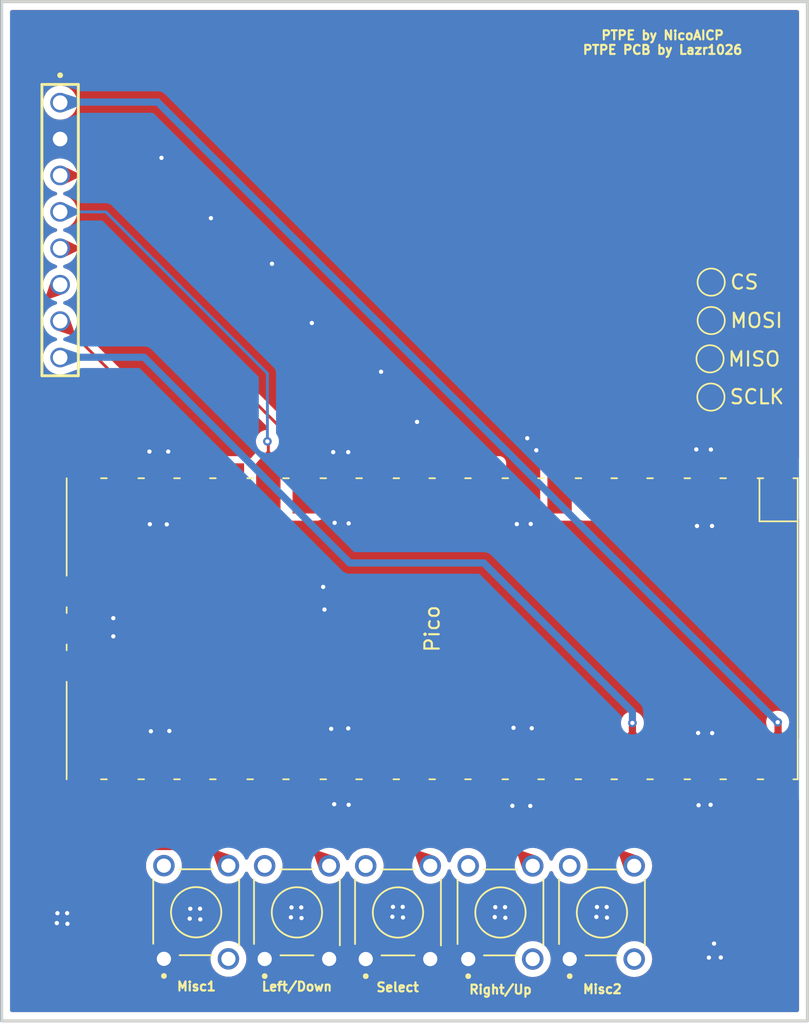
<source format=kicad_pcb>
(kicad_pcb (version 20240108) (generator "pcbnew") (generator_version "8.0")
  (layers (0 "F.Cu" signal) (31 "B.Cu" signal) (34 "B.Paste" user) (35 "F.Paste" user) (36 "B.SilkS" user "B.Silkscreen") (37 "F.SilkS" user "F.Silkscreen") (38 "B.Mask" user) (39 "F.Mask" user) (44 "Edge.Cuts" user))
  (net 0 "")
  (net 1 "GND")
  (net 2 "Net-(Pico1-GPIO17)")
  (net 3 "Net-(Pico1-GPIO16)")
  (net 4 "+5V")
  (net 6 "CS")
  (net 7 "A0")
  (net 8 "MISO")
  (net 10 "Net-(Pico1-GPIO18)")
  (net 13 "SCL")
  (net 14 "Net-(Pico1-GPIO19)")
  (net 16 "SCLK")
  (net 20 "MOSI")
  (net 21 "Net-(Pico1-GPIO20)")
  (net 25 "+3V3")
  (net 29 "RST")
  (net 34 "SDA")
  (footprint "ptpe_pcb:SW_1825910-6-4" (layer "F.Cu") (at 119.39 118.385 90)
    (property "Reference" "Misc1" (at -5.175 0.02 0) (layer "F.SilkS") (effects (font (size 0.630643 0.630643))))
    (property "Value" "1825910-6" (hide yes))
    (fp_line (start -2.2 -2.995) (end 2.3 -2.995) (stroke (width 0.127)) (layer "F.SilkS"))
    (fp_line (start 3 -1.15) (end 3 1.15) (stroke (width 0.127)) (layer "F.SilkS"))
    (fp_line (start -2.995 -1.15) (end -2.995 1.15) (stroke (width 0.127)) (layer "F.SilkS"))
    (fp_line (start 2.3 2.995) (end -2.3 2.995) (stroke (width 0.127)) (layer "F.SilkS"))
    (fp_circle (center -4.445 -2.25) (end -4.345 -2.25) (stroke (width 0.2)) (fill none) (layer "F.SilkS"))
    (fp_circle (center 0 0) (end 1.755 0) (stroke (width 0.127)) (fill none) (layer "F.SilkS"))
    (pad "1" thru_hole rect (at -3.25 -2.25 90) (size 1.498 1.498) (drill 0.99) (layers "*.Cu" "*.Mask") (net 1 "GND"))
    (pad "2" thru_hole circle (at 3.25 -2.25 90) (size 1.498 1.498) (drill 0.99) (layers "*.Cu" "*.Mask"))
    (pad "3" thru_hole circle (at -3.25 2.25 90) (size 1.498 1.498) (drill 0.99) (layers "*.Cu" "*.Mask"))
    (pad "4" thru_hole circle (at 3.25 2.25 90) (size 1.498 1.498) (drill 0.99) (layers "*.Cu" "*.Mask") (net 3 "Net-(Pico1-GPIO16)"))
  )
  (footprint "TestPoint:TestPoint_Pad_D1.5mm" (layer "F.Cu") (at 155.32 74.43)
    (property "Reference" "CS" (hide yes))
    (property "Value" "TestPoint_Pad_D1.5mm" (hide yes))
    (fp_circle (center 0 0) (end 0 0.95) (stroke (width 0.12)) (fill none) (layer "F.SilkS"))
    (fp_text user "${REFERENCE}" (at 2.31 0 0) (layer "F.SilkS"))
    (pad "1" smd circle (at 0 0) (size 1.5 1.5) (layers "F.Cu" "F.Mask") (net 6 "CS"))
  )
  (footprint "ptpe_pcb:RPi_Pico_SMD" (layer "F.Cu") (at 135.855 98.61 -90)
    (property "Reference" "Pico" (at 0 0 90) (layer "F.SilkS"))
    (property "Value" "U1" (hide yes))
    (fp_line (start -3.7 25.5) (end -10.5 25.5) (stroke (width 0.12)) (layer "F.SilkS"))
    (fp_line (start -1.5 25.5) (end -1.1 25.5) (stroke (width 0.12)) (layer "F.SilkS"))
    (fp_line (start 1.1 25.5) (end 1.5 25.5) (stroke (width 0.12)) (layer "F.SilkS"))
    (fp_line (start 10.5 25.5) (end 3.7 25.5) (stroke (width 0.12)) (layer "F.SilkS"))
    (fp_line (start -10.5 22.7) (end -10.5 23.1) (stroke (width 0.12)) (layer "F.SilkS"))
    (fp_line (start 10.5 22.7) (end 10.5 23.1) (stroke (width 0.12)) (layer "F.SilkS"))
    (fp_line (start -10.5 20.1) (end -10.5 20.5) (stroke (width 0.12)) (layer "F.SilkS"))
    (fp_line (start 10.5 20.1) (end 10.5 20.5) (stroke (width 0.12)) (layer "F.SilkS"))
    (fp_line (start -10.5 17.6) (end -10.5 18) (stroke (width 0.12)) (layer "F.SilkS"))
    (fp_line (start 10.5 17.6) (end 10.5 18) (stroke (width 0.12)) (layer "F.SilkS"))
    (fp_line (start -10.5 15.1) (end -10.5 15.5) (stroke (width 0.12)) (layer "F.SilkS"))
    (fp_line (start 10.5 15.1) (end 10.5 15.5) (stroke (width 0.12)) (layer "F.SilkS"))
    (fp_line (start -10.5 12.5) (end -10.5 12.9) (stroke (width 0.12)) (layer "F.SilkS"))
    (fp_line (start 10.5 12.5) (end 10.5 12.9) (stroke (width 0.12)) (layer "F.SilkS"))
    (fp_line (start -10.5 10) (end -10.5 10.4) (stroke (width 0.12)) (layer "F.SilkS"))
    (fp_line (start 10.5 10) (end 10.5 10.4) (stroke (width 0.12)) (layer "F.SilkS"))
    (fp_line (start -10.5 7.4) (end -10.5 7.8) (stroke (width 0.12)) (layer "F.SilkS"))
    (fp_line (start 10.5 7.4) (end 10.5 7.8) (stroke (width 0.12)) (layer "F.SilkS"))
    (fp_line (start -10.5 4.9) (end -10.5 5.3) (stroke (width 0.12)) (layer "F.SilkS"))
    (fp_line (start 10.5 4.9) (end 10.5 5.3) (stroke (width 0.12)) (layer "F.SilkS"))
    (fp_line (start -10.5 2.3) (end -10.5 2.7) (stroke (width 0.12)) (layer "F.SilkS"))
    (fp_line (start 10.5 2.3) (end 10.5 2.7) (stroke (width 0.12)) (layer "F.SilkS"))
    (fp_line (start -10.5 -0.2) (end -10.5 0.2) (stroke (width 0.12)) (layer "F.SilkS"))
    (fp_line (start 10.5 -0.2) (end 10.5 0.2) (stroke (width 0.12)) (layer "F.SilkS"))
    (fp_line (start -10.5 -2.7) (end -10.5 -2.3) (stroke (width 0.12)) (layer "F.SilkS"))
    (fp_line (start 10.5 -2.7) (end 10.5 -2.3) (stroke (width 0.12)) (layer "F.SilkS"))
    (fp_line (start -10.5 -5.3) (end -10.5 -4.9) (stroke (width 0.12)) (layer "F.SilkS"))
    (fp_line (start 10.5 -5.3) (end 10.5 -4.9) (stroke (width 0.12)) (layer "F.SilkS"))
    (fp_line (start -10.5 -7.8) (end -10.5 -7.4) (stroke (width 0.12)) (layer "F.SilkS"))
    (fp_line (start 10.5 -7.8) (end 10.5 -7.4) (stroke (width 0.12)) (layer "F.SilkS"))
    (fp_line (start -10.5 -10.4) (end -10.5 -10) (stroke (width 0.12)) (layer "F.SilkS"))
    (fp_line (start 10.5 -10.4) (end 10.5 -10) (stroke (width 0.12)) (layer "F.SilkS"))
    (fp_line (start -10.5 -12.9) (end -10.5 -12.5) (stroke (width 0.12)) (layer "F.SilkS"))
    (fp_line (start 10.5 -12.9) (end 10.5 -12.5) (stroke (width 0.12)) (layer "F.SilkS"))
    (fp_line (start -10.5 -15.4) (end -10.5 -15) (stroke (width 0.12)) (layer "F.SilkS"))
    (fp_line (start 10.5 -15.4) (end 10.5 -15) (stroke (width 0.12)) (layer "F.SilkS"))
    (fp_line (start -10.5 -18) (end -10.5 -17.6) (stroke (width 0.12)) (layer "F.SilkS"))
    (fp_line (start 10.5 -18) (end 10.5 -17.6) (stroke (width 0.12)) (layer "F.SilkS"))
    (fp_line (start -10.5 -20.5) (end -10.5 -20.1) (stroke (width 0.12)) (layer "F.SilkS"))
    (fp_line (start 10.5 -20.5) (end 10.5 -20.1) (stroke (width 0.12)) (layer "F.SilkS"))
    (fp_line (start -10.5 -22.833) (end -7.493 -22.833) (stroke (width 0.12)) (layer "F.SilkS"))
    (fp_line (start -7.493 -22.833) (end -7.493 -25.5) (stroke (width 0.12)) (layer "F.SilkS"))
    (fp_line (start -10.5 -23.1) (end -10.5 -22.7) (stroke (width 0.12)) (layer "F.SilkS"))
    (fp_line (start 10.5 -23.1) (end 10.5 -22.7) (stroke (width 0.12)) (layer "F.SilkS"))
    (fp_line (start -10.5 -25.5) (end -10.5 -25.2) (stroke (width 0.12)) (layer "F.SilkS"))
    (fp_line (start -10.5 -25.5) (end 10.5 -25.5) (stroke (width 0.12)) (layer "F.SilkS"))
    (fp_line (start 10.5 -25.5) (end 10.5 -25.2) (stroke (width 0.12)) (layer "F.SilkS"))
    (pad "1" smd rect (at -8.89 -24.13 270) (size 3.5 1.7) (drill (offset -0.9 0)) (layers "F.Cu" "F.Mask"))
    (pad "2" smd rect (at -8.89 -21.59 270) (size 3.5 1.7) (drill (offset -0.9 0)) (layers "F.Cu" "F.Mask"))
    (pad "3" smd rect (at -8.89 -19.05 270) (size 3.5 1.7) (drill (offset -0.9 0)) (layers "F.Cu" "F.Mask") (net 1 "GND"))
    (pad "4" smd rect (at -8.89 -16.51 270) (size 3.5 1.7) (drill (offset -0.9 0)) (layers "F.Cu" "F.Mask") (net 16 "SCLK"))
    (pad "5" smd rect (at -8.89 -13.97 270) (size 3.5 1.7) (drill (offset -0.9 0)) (layers "F.Cu" "F.Mask") (net 20 "MOSI"))
    (pad "6" smd rect (at -8.89 -11.43 270) (size 3.5 1.7) (drill (offset -0.9 0)) (layers "F.Cu" "F.Mask") (net 8 "MISO"))
    (pad "7" smd rect (at -8.89 -8.89 270) (size 3.5 1.7) (drill (offset -0.9 0)) (layers "F.Cu" "F.Mask") (net 6 "CS"))
    (pad "8" smd rect (at -8.89 -6.35 270) (size 3.5 1.7) (drill (offset -0.9 0)) (layers "F.Cu" "F.Mask") (net 1 "GND"))
    (pad "9" smd rect (at -8.89 -3.81 270) (size 3.5 1.7) (drill (offset -0.9 0)) (layers "F.Cu" "F.Mask"))
    (pad "10" smd rect (at -8.89 -1.27 270) (size 3.5 1.7) (drill (offset -0.9 0)) (layers "F.Cu" "F.Mask"))
    (pad "11" smd rect (at -8.89 1.27 270) (size 3.5 1.7) (drill (offset -0.9 0)) (layers "F.Cu" "F.Mask"))
    (pad "12" smd rect (at -8.89 3.81 270) (size 3.5 1.7) (drill (offset -0.9 0)) (layers "F.Cu" "F.Mask") (net 6 "CS"))
    (pad "13" smd rect (at -8.89 6.35 270) (size 3.5 1.7) (drill (offset -0.9 0)) (layers "F.Cu" "F.Mask") (net 1 "GND"))
    (pad "14" smd rect (at -8.89 8.89 270) (size 3.5 1.7) (drill (offset -0.9 0)) (layers "F.Cu" "F.Mask") (net 7 "A0"))
    (pad "15" smd rect (at -8.89 11.43 270) (size 3.5 1.7) (drill (offset -0.9 0)) (layers "F.Cu" "F.Mask") (net 29 "RST"))
    (pad "16" smd rect (at -8.89 13.97 270) (size 3.5 1.7) (drill (offset -0.9 0)) (layers "F.Cu" "F.Mask"))
    (pad "17" smd rect (at -8.89 16.51 270) (size 3.5 1.7) (drill (offset -0.9 0)) (layers "F.Cu" "F.Mask"))
    (pad "18" smd rect (at -8.89 19.05 270) (size 3.5 1.7) (drill (offset -0.9 0)) (layers "F.Cu" "F.Mask") (net 1 "GND"))
    (pad "19" smd rect (at -8.89 21.59 270) (size 3.5 1.7) (drill (offset -0.9 0)) (layers "F.Cu" "F.Mask") (net 13 "SCL"))
    (pad "20" smd rect (at -8.89 24.13 270) (size 3.5 1.7) (drill (offset -0.9 0)) (layers "F.Cu" "F.Mask") (net 34 "SDA"))
    (pad "21" smd rect (at 8.89 24.13 270) (size 3.5 1.7) (drill (offset 0.9 0)) (layers "F.Cu" "F.Mask") (net 3 "Net-(Pico1-GPIO16)"))
    (pad "22" smd rect (at 8.89 21.59 270) (size 3.5 1.7) (drill (offset 0.9 0)) (layers "F.Cu" "F.Mask") (net 2 "Net-(Pico1-GPIO17)"))
    (pad "23" smd rect (at 8.89 19.05 270) (size 3.5 1.7) (drill (offset 0.9 0)) (layers "F.Cu" "F.Mask") (net 1 "GND"))
    (pad "24" smd rect (at 8.89 16.51 270) (size 3.5 1.7) (drill (offset 0.9 0)) (layers "F.Cu" "F.Mask") (net 10 "Net-(Pico1-GPIO18)"))
    (pad "25" smd rect (at 8.89 13.97 270) (size 3.5 1.7) (drill (offset 0.9 0)) (layers "F.Cu" "F.Mask") (net 14 "Net-(Pico1-GPIO19)"))
    (pad "26" smd rect (at 8.89 11.43 270) (size 3.5 1.7) (drill (offset 0.9 0)) (layers "F.Cu" "F.Mask") (net 21 "Net-(Pico1-GPIO20)"))
    (pad "27" smd rect (at 8.89 8.89 270) (size 3.5 1.7) (drill (offset 0.9 0)) (layers "F.Cu" "F.Mask"))
    (pad "28" smd rect (at 8.89 6.35 270) (size 3.5 1.7) (drill (offset 0.9 0)) (layers "F.Cu" "F.Mask") (net 1 "GND"))
    (pad "29" smd rect (at 8.89 3.81 270) (size 3.5 1.7) (drill (offset 0.9 0)) (layers "F.Cu" "F.Mask"))
    (pad "30" smd rect (at 8.89 1.27 270) (size 3.5 1.7) (drill (offset 0.9 0)) (layers "F.Cu" "F.Mask"))
    (pad "31" smd rect (at 8.89 -1.27 270) (size 3.5 1.7) (drill (offset 0.9 0)) (layers "F.Cu" "F.Mask"))
    (pad "32" smd rect (at 8.89 -3.81 270) (size 3.5 1.7) (drill (offset 0.9 0)) (layers "F.Cu" "F.Mask"))
    (pad "33" smd rect (at 8.89 -6.35 270) (size 3.5 1.7) (drill (offset 0.9 0)) (layers "F.Cu" "F.Mask") (net 1 "GND"))
    (pad "34" smd rect (at 8.89 -8.89 270) (size 3.5 1.7) (drill (offset 0.9 0)) (layers "F.Cu" "F.Mask"))
    (pad "35" smd rect (at 8.89 -11.43 270) (size 3.5 1.7) (drill (offset 0.9 0)) (layers "F.Cu" "F.Mask"))
    (pad "36" smd rect (at 8.89 -13.97 270) (size 3.5 1.7) (drill (offset 0.9 0)) (layers "F.Cu" "F.Mask") (net 25 "+3V3"))
    (pad "37" smd rect (at 8.89 -16.51 270) (size 3.5 1.7) (drill (offset 0.9 0)) (layers "F.Cu" "F.Mask"))
    (pad "38" smd rect (at 8.89 -19.05 270) (size 3.5 1.7) (drill (offset 0.9 0)) (layers "F.Cu" "F.Mask") (net 1 "GND"))
    (pad "39" smd rect (at 8.89 -21.59 270) (size 3.5 1.7) (drill (offset 0.9 0)) (layers "F.Cu" "F.Mask"))
    (pad "40" smd rect (at 8.89 -24.13 270) (size 3.5 1.7) (drill (offset 0.9 0)) (layers "F.Cu" "F.Mask") (net 4 "+5V"))
    (pad "41" smd rect (at -2.54 23.9) (size 3.5 1.7) (drill (offset -0.9 0)) (layers "F.Cu" "F.Mask"))
    (pad "42" smd rect (at 0 23.9) (size 3.5 1.7) (drill (offset -0.9 0)) (layers "F.Cu" "F.Mask") (net 1 "GND"))
    (pad "43" smd rect (at 2.54 23.9) (size 3.5 1.7) (drill (offset -0.9 0)) (layers "F.Cu" "F.Mask"))
  )
  (footprint "ptpe_pcb:SW_1825910-6-4" (layer "F.Cu") (at 126.42 118.395 90)
    (property "Reference" "Left/Down" (at -5.175 0 0) (layer "F.SilkS") (effects (font (size 0.630643 0.630643))))
    (property "Value" "1825910-6" (hide yes))
    (fp_line (start -2.2 -2.995) (end 2.3 -2.995) (stroke (width 0.127)) (layer "F.SilkS"))
    (fp_line (start 3 -1.15) (end 3 1.15) (stroke (width 0.127)) (layer "F.SilkS"))
    (fp_line (start -2.995 -1.15) (end -2.995 1.15) (stroke (width 0.127)) (layer "F.SilkS"))
    (fp_line (start 2.3 2.995) (end -2.3 2.995) (stroke (width 0.127)) (layer "F.SilkS"))
    (fp_circle (center -4.445 -2.25) (end -4.345 -2.25) (stroke (width 0.2)) (fill none) (layer "F.SilkS"))
    (fp_circle (center 0 0) (end 1.755 0) (stroke (width 0.127)) (fill none) (layer "F.SilkS"))
    (pad "1" thru_hole rect (at -3.25 -2.25 90) (size 1.498 1.498) (drill 0.99) (layers "*.Cu" "*.Mask") (net 1 "GND"))
    (pad "2" thru_hole circle (at 3.25 -2.25 90) (size 1.498 1.498) (drill 0.99) (layers "*.Cu" "*.Mask"))
    (pad "3" thru_hole circle (at -3.25 2.25 90) (size 1.498 1.498) (drill 0.99) (layers "*.Cu" "*.Mask") (net 1 "GND"))
    (pad "4" thru_hole circle (at 3.25 2.25 90) (size 1.498 1.498) (drill 0.99) (layers "*.Cu" "*.Mask") (net 2 "Net-(Pico1-GPIO17)"))
  )
  (footprint "ptpe_pcb:SW_1825910-6-4" (layer "F.Cu") (at 140.62 118.4 90)
    (property "Reference" "Right/Up" (at -5.38 0 0) (layer "F.SilkS") (effects (font (size 0.630643 0.630643))))
    (property "Value" "1825910-6" (hide yes))
    (fp_line (start -2.2 -2.995) (end 2.3 -2.995) (stroke (width 0.127)) (layer "F.SilkS"))
    (fp_line (start 3 -1.15) (end 3 1.15) (stroke (width 0.127)) (layer "F.SilkS"))
    (fp_line (start -2.995 -1.15) (end -2.995 1.15) (stroke (width 0.127)) (layer "F.SilkS"))
    (fp_line (start 2.3 2.995) (end -2.3 2.995) (stroke (width 0.127)) (layer "F.SilkS"))
    (fp_circle (center -4.445 -2.25) (end -4.345 -2.25) (stroke (width 0.2)) (fill none) (layer "F.SilkS"))
    (fp_circle (center 0 0) (end 1.755 0) (stroke (width 0.127)) (fill none) (layer "F.SilkS"))
    (pad "1" thru_hole rect (at -3.25 -2.25 90) (size 1.498 1.498) (drill 0.99) (layers "*.Cu" "*.Mask") (net 1 "GND"))
    (pad "2" thru_hole circle (at 3.25 -2.25 90) (size 1.498 1.498) (drill 0.99) (layers "*.Cu" "*.Mask"))
    (pad "3" thru_hole circle (at -3.25 2.25 90) (size 1.498 1.498) (drill 0.99) (layers "*.Cu" "*.Mask"))
    (pad "4" thru_hole circle (at 3.25 2.25 90) (size 1.498 1.498) (drill 0.99) (layers "*.Cu" "*.Mask") (net 14 "Net-(Pico1-GPIO19)"))
  )
  (footprint "ptpe_pcb:SW_1825910-6-4" (layer "F.Cu") (at 133.47 118.4 90)
    (property "Reference" "Select" (at -5.22 -0.025 0) (layer "F.SilkS") (effects (font (size 0.630643 0.630643))))
    (property "Value" "1825910-6" (hide yes))
    (fp_line (start -2.2 -2.995) (end 2.3 -2.995) (stroke (width 0.127)) (layer "F.SilkS"))
    (fp_line (start 3 -1.15) (end 3 1.15) (stroke (width 0.127)) (layer "F.SilkS"))
    (fp_line (start -2.995 -1.15) (end -2.995 1.15) (stroke (width 0.127)) (layer "F.SilkS"))
    (fp_line (start 2.3 2.995) (end -2.3 2.995) (stroke (width 0.127)) (layer "F.SilkS"))
    (fp_circle (center -4.445 -2.25) (end -4.345 -2.25) (stroke (width 0.2)) (fill none) (layer "F.SilkS"))
    (fp_circle (center 0 0) (end 1.755 0) (stroke (width 0.127)) (fill none) (layer "F.SilkS"))
    (pad "1" thru_hole rect (at -3.25 -2.25 90) (size 1.498 1.498) (drill 0.99) (layers "*.Cu" "*.Mask") (net 1 "GND"))
    (pad "2" thru_hole circle (at 3.25 -2.25 90) (size 1.498 1.498) (drill 0.99) (layers "*.Cu" "*.Mask"))
    (pad "3" thru_hole circle (at -3.25 2.25 90) (size 1.498 1.498) (drill 0.99) (layers "*.Cu" "*.Mask") (net 1 "GND"))
    (pad "4" thru_hole circle (at 3.25 2.25 90) (size 1.498 1.498) (drill 0.99) (layers "*.Cu" "*.Mask") (net 10 "Net-(Pico1-GPIO18)"))
  )
  (footprint "TestPoint:TestPoint_Pad_D1.5mm" (layer "F.Cu") (at 155.3 82.45)
    (property "Reference" "REF**" (hide yes))
    (property "Value" "TestPoint_Pad_D1.5mm" (hide yes))
    (fp_circle (center 0 0) (end 0 0.95) (stroke (width 0.12)) (fill none) (layer "F.SilkS"))
    (fp_text user "SCLK" (at 3.21 -0.02 0) (layer "F.SilkS"))
    (pad "1" smd circle (at 0 0) (size 1.5 1.5) (layers "F.Cu" "F.Mask") (net 16 "SCLK"))
  )
  (footprint "ptpe_pcb:SW_1825910-6-4" (layer "F.Cu") (at 147.7 118.4 90)
    (property "Reference" "Misc2" (at -5.35 0.03 0) (layer "F.SilkS") (effects (font (size 0.630643 0.630643))))
    (property "Value" "1825910-6" (hide yes))
    (fp_line (start -2.2 -2.995) (end 2.3 -2.995) (stroke (width 0.127)) (layer "F.SilkS"))
    (fp_line (start 3 -1.15) (end 3 1.15) (stroke (width 0.127)) (layer "F.SilkS"))
    (fp_line (start -2.995 -1.15) (end -2.995 1.15) (stroke (width 0.127)) (layer "F.SilkS"))
    (fp_line (start 2.3 2.995) (end -2.3 2.995) (stroke (width 0.127)) (layer "F.SilkS"))
    (fp_circle (center -4.445 -2.25) (end -4.345 -2.25) (stroke (width 0.2)) (fill none) (layer "F.SilkS"))
    (fp_circle (center 0 0) (end 1.755 0) (stroke (width 0.127)) (fill none) (layer "F.SilkS"))
    (pad "1" thru_hole rect (at -3.25 -2.25 90) (size 1.498 1.498) (drill 0.99) (layers "*.Cu" "*.Mask") (net 1 "GND"))
    (pad "2" thru_hole circle (at 3.25 -2.25 90) (size 1.498 1.498) (drill 0.99) (layers "*.Cu" "*.Mask"))
    (pad "3" thru_hole circle (at -3.25 2.25 90) (size 1.498 1.498) (drill 0.99) (layers "*.Cu" "*.Mask"))
    (pad "4" thru_hole circle (at 3.25 2.25 90) (size 1.498 1.498) (drill 0.99) (layers "*.Cu" "*.Mask") (net 21 "Net-(Pico1-GPIO20)"))
  )
  (footprint "TestPoint:TestPoint_Pad_D1.5mm" (layer "F.Cu") (at 155.32 77.11)
    (property "Reference" "REF**" (hide yes))
    (property "Value" "TestPoint_Pad_D1.5mm" (hide yes))
    (fp_circle (center 0 0) (end 0 0.95) (stroke (width 0.12)) (fill none) (layer "F.SilkS"))
    (fp_text user "MOSI" (at 3.16 0 0) (layer "F.SilkS"))
    (pad "1" smd circle (at 0 0) (size 1.5 1.5) (layers "F.Cu" "F.Mask") (net 20 "MOSI"))
  )
  (footprint "TestPoint:TestPoint_Pad_D1.5mm" (layer "F.Cu") (at 155.24 79.78)
    (property "Reference" "REF**" (hide yes))
    (property "Value" "TestPoint_Pad_D1.5mm" (hide yes))
    (fp_circle (center 0 0) (end 0 0.95) (stroke (width 0.12)) (fill none) (layer "F.SilkS"))
    (fp_text user "MISO" (at 3.08 0.02 0) (layer "F.SilkS"))
    (pad "1" smd circle (at 0 0) (size 1.5 1.5) (layers "F.Cu" "F.Mask") (net 8 "MISO"))
  )
  (footprint "ptpe_pcb:8-pin Header" (layer "F.Cu") (at 109.9 70.8 90)
    (property "Reference" "REF**" (hide yes))
    (property "Value" "8-pin Header" (hide yes))
    (fp_line (start 10.16 -1.27) (end -10.16 -1.27) (stroke (width 0.2)) (layer "F.SilkS"))
    (fp_line (start -10.16 -1.27) (end -10.16 1.27) (stroke (width 0.2)) (layer "F.SilkS"))
    (fp_line (start 10.16 1.27) (end 10.16 -1.27) (stroke (width 0.2)) (layer "F.SilkS"))
    (fp_line (start -10.16 1.27) (end 10.16 1.27) (stroke (width 0.2)) (layer "F.SilkS"))
    (fp_circle (center 10.8 0) (end 10.9 0) (stroke (width 0.2)) (fill none) (layer "F.SilkS"))
    (pad "01" thru_hole circle (at 8.89 0 90) (size 1.37 1.37) (drill 1.02) (layers "*.Cu" "*.Mask") (net 4 "+5V"))
    (pad "02" thru_hole circle (at 6.35 0 90) (size 1.37 1.37) (drill 1.02) (layers "*.Cu" "*.Mask") (net 1 "GND"))
    (pad "03" thru_hole circle (at 3.81 0 90) (size 1.37 1.37) (drill 1.02) (layers "*.Cu" "*.Mask") (net 6 "CS"))
    (pad "04" thru_hole circle (at 1.27 0 90) (size 1.37 1.37) (drill 1.02) (layers "*.Cu" "*.Mask") (net 29 "RST"))
    (pad "05" thru_hole circle (at -1.27 0 90) (size 1.37 1.37) (drill 1.02) (layers "*.Cu" "*.Mask") (net 7 "A0"))
    (pad "06" thru_hole circle (at -3.81 0 90) (size 1.37 1.37) (drill 1.02) (layers "*.Cu" "*.Mask") (net 34 "SDA"))
    (pad "07" thru_hole circle (at -6.35 0 90) (size 1.37 1.37) (drill 1.02) (layers "*.Cu" "*.Mask") (net 13 "SCL"))
    (pad "08" thru_hole circle (at -8.89 0 90) (size 1.37 1.37) (drill 1.02) (layers "*.Cu" "*.Mask") (net 25 "+3V3"))
  )
  (gr_rect (start 105.815 54.85) (end 162.045 125.95) (stroke (width 0.2)) (fill none) (layer "F.Cu"))
  (gr_rect (start 105.805 54.85) (end 162.045 125.95) (stroke (width 0.2)) (fill none) (layer "B.Cu"))
  (gr_rect (start 105.83 54.85) (end 162.05 125.95) (stroke (width 0.2)) (fill none) (layer "Edge.Cuts"))
  (gr_text "PTPE by NicoAICP\nPTPE PCB by Lazr1026\n" (at 151.93 57.72 0) (layer "F.SilkS") (effects (font (size 0.630643 0.630643))))
  (via (at 143.12 86.16) (size 0.6) (drill 0.3) (layers "F.Cu" "B.Cu") (net 1))
  (via (at 128.25 95.69) (size 0.6) (drill 0.3) (layers "F.Cu" "B.Cu") (net 1))
  (via (at 117.34 91.33) (size 0.6) (drill 0.3) (layers "F.Cu" "B.Cu") (net 1))
  (via (at 142.49 85.32) (size 0.6) (drill 0.3) (layers "F.Cu" "B.Cu") (net 1))
  (via (at 126.72 118.05) (size 0.6) (drill 0.3) (layers "F.Cu" "B.Cu") (net 1))
  (via (at 117.52 105.74) (size 0.6) (drill 0.3) (layers "F.Cu" "B.Cu") (net 1))
  (via (at 148.03 118.02) (size 0.6) (drill 0.3) (layers "F.Cu" "B.Cu") (net 1))
  (via (at 109.71 118.45) (size 0.6) (drill 0.3) (layers "F.Cu" "B.Cu") (net 1))
  (via (at 155.3 86.11) (size 0.6) (drill 0.3) (layers "F.Cu" "B.Cu") (net 1))
  (via (at 134.8 84.18) (size 0.6) (drill 0.3) (layers "F.Cu" "B.Cu") (net 1))
  (via (at 127.46 77.28) (size 0.6) (drill 0.3) (layers "F.Cu" "B.Cu") (net 1))
  (via (at 133.8 118.01) (size 0.6) (drill 0.3) (layers "F.Cu" "B.Cu") (net 1))
  (via (at 133.82 118.75) (size 0.6) (drill 0.3) (layers "F.Cu" "B.Cu") (net 1))
  (via (at 141.76 91.31) (size 0.6) (drill 0.3) (layers "F.Cu" "B.Cu") (net 1))
  (via (at 128.95 86.29) (size 0.6) (drill 0.3) (layers "F.Cu" "B.Cu") (net 1))
  (via (at 155.16 121.55) (size 0.6) (drill 0.3) (layers "F.Cu" "B.Cu") (net 1))
  (via (at 130.03 91.26) (size 0.6) (drill 0.3) (layers "F.Cu" "B.Cu") (net 1))
  (via (at 128.81 105.59) (size 0.6) (drill 0.3) (layers "F.Cu" "B.Cu") (net 1))
  (via (at 142.73 91.3) (size 0.6) (drill 0.3) (layers "F.Cu" "B.Cu") (net 1))
  (via (at 130 86.29) (size 0.6) (drill 0.3) (layers "F.Cu" "B.Cu") (net 1))
  (via (at 128.34 97.27) (size 0.6) (drill 0.3) (layers "F.Cu" "B.Cu") (net 1))
  (via (at 133.12 118.01) (size 0.6) (drill 0.3) (layers "F.Cu" "B.Cu") (net 1))
  (via (at 154.28 86.1) (size 0.6) (drill 0.3) (layers "F.Cu" "B.Cu") (net 1))
  (via (at 140.26 118.03) (size 0.6) (drill 0.3) (layers "F.Cu" "B.Cu") (net 1))
  (via (at 119.68 118.88) (size 0.6) (drill 0.3) (layers "F.Cu" "B.Cu") (net 1))
  (via (at 147.35 118.02) (size 0.6) (drill 0.3) (layers "F.Cu" "B.Cu") (net 1))
  (via (at 132.29 80.68) (size 0.6) (drill 0.3) (layers "F.Cu" "B.Cu") (net 1))
  (via (at 110.39 118.45) (size 0.6) (drill 0.3) (layers "F.Cu" "B.Cu") (net 1))
  (via (at 155.39 105.89) (size 0.6) (drill 0.3) (layers "F.Cu" "B.Cu") (net 1))
  (via (at 140.96 118.77) (size 0.6) (drill 0.3) (layers "F.Cu" "B.Cu") (net 1))
  (via (at 113.61 97.87) (size 0.6) (drill 0.3) (layers "F.Cu" "B.Cu") (net 1))
  (via (at 129.02 110.85) (size 0.6) (drill 0.3) (layers "F.Cu" "B.Cu") (net 1))
  (via (at 109.67 119.14) (size 0.6) (drill 0.3) (layers "F.Cu" "B.Cu") (net 1))
  (via (at 155.28 110.89) (size 0.6) (drill 0.3) (layers "F.Cu" "B.Cu") (net 1))
  (via (at 118.94 118.83) (size 0.6) (drill 0.3) (layers "F.Cu" "B.Cu") (net 1))
  (via (at 148.05 118.76) (size 0.6) (drill 0.3) (layers "F.Cu" "B.Cu") (net 1))
  (via (at 155.99 121.54) (size 0.6) (drill 0.3) (layers "F.Cu" "B.Cu") (net 1))
  (via (at 119.66 118.14) (size 0.6) (drill 0.3) (layers "F.Cu" "B.Cu") (net 1))
  (via (at 140.22 118.72) (size 0.6) (drill 0.3) (layers "F.Cu" "B.Cu") (net 1))
  (via (at 120.42 69.97) (size 0.6) (drill 0.3) (layers "F.Cu" "B.Cu") (net 1))
  (via (at 116.13 86.25) (size 0.6) (drill 0.3) (layers "F.Cu" "B.Cu") (net 1))
  (via (at 130.03 110.89) (size 0.6) (drill 0.3) (layers "F.Cu" "B.Cu") (net 1))
  (via (at 117.44 86.25) (size 0.6) (drill 0.3) (layers "F.Cu" "B.Cu") (net 1))
  (via (at 118.98 118.14) (size 0.6) (drill 0.3) (layers "F.Cu" "B.Cu") (net 1))
  (via (at 126.04 118.05) (size 0.6) (drill 0.3) (layers "F.Cu" "B.Cu") (net 1))
  (via (at 142.7 110.97) (size 0.6) (drill 0.3) (layers "F.Cu" "B.Cu") (net 1))
  (via (at 154.33 91.44) (size 0.6) (drill 0.3) (layers "F.Cu" "B.Cu") (net 1))
  (via (at 155.38 91.44) (size 0.6) (drill 0.3) (layers "F.Cu" "B.Cu") (net 1))
  (via (at 116.97 65.76) (size 0.6) (drill 0.3) (layers "F.Cu" "B.Cu") (net 1))
  (via (at 124.68 73.15) (size 0.6) (drill 0.3) (layers "F.Cu" "B.Cu") (net 1))
  (via (at 141.53 105.52) (size 0.6) (drill 0.3) (layers "F.Cu" "B.Cu") (net 1))
  (via (at 126 118.74) (size 0.6) (drill 0.3) (layers "F.Cu" "B.Cu") (net 1))
  (via (at 142.8 105.55) (size 0.6) (drill 0.3) (layers "F.Cu" "B.Cu") (net 1))
  (via (at 140.94 118.03) (size 0.6) (drill 0.3) (layers "F.Cu" "B.Cu") (net 1))
  (via (at 133.08 118.7) (size 0.6) (drill 0.3) (layers "F.Cu" "B.Cu") (net 1))
  (via (at 130 105.56) (size 0.6) (drill 0.3) (layers "F.Cu" "B.Cu") (net 1))
  (via (at 147.31 118.71) (size 0.6) (drill 0.3) (layers "F.Cu" "B.Cu") (net 1))
  (via (at 110.41 119.19) (size 0.6) (drill 0.3) (layers "F.Cu" "B.Cu") (net 1))
  (via (at 113.61 99.14) (size 0.6) (drill 0.3) (layers "F.Cu" "B.Cu") (net 1))
  (via (at 154.41 105.88) (size 0.6) (drill 0.3) (layers "F.Cu" "B.Cu") (net 1))
  (via (at 141.45 110.96) (size 0.6) (drill 0.3) (layers "F.Cu" "B.Cu") (net 1))
  (via (at 154.44 110.92) (size 0.6) (drill 0.3) (layers "F.Cu" "B.Cu") (net 1))
  (via (at 126.74 118.79) (size 0.6) (drill 0.3) (layers "F.Cu" "B.Cu") (net 1))
  (via (at 116.16 91.32) (size 0.6) (drill 0.3) (layers "F.Cu" "B.Cu") (net 1))
  (via (at 116.23 105.76) (size 0.6) (drill 0.3) (layers "F.Cu" "B.Cu") (net 1))
  (via (at 155.52 120.57) (size 0.6) (drill 0.3) (layers "F.Cu" "B.Cu") (net 1))
  (via (at 129.05 91.22) (size 0.6) (drill 0.3) (layers "F.Cu" "B.Cu") (net 1))
  (segment (start 114.265 110.195) (end 117.45 113.38) (width 0.2) (layer "F.Cu") (net 2))
  (segment (start 117.45 113.38) (end 126.905 113.38) (width 0.2) (layer "F.Cu") (net 2))
  (segment (start 126.905 113.38) (end 128.67 115.145) (width 0.2) (layer "F.Cu") (net 2))
  (segment (start 114.265 107.5) (end 114.265 110.195) (width 0.2) (layer "F.Cu") (net 2))
  (segment (start 120.455 113.95) (end 121.64 115.135) (width 0.2) (layer "F.Cu") (net 3))
  (segment (start 111.725 107.5) (end 111.725 110.475) (width 0.2) (layer "F.Cu") (net 3))
  (segment (start 111.725 110.475) (end 115.2 113.95) (width 0.2) (layer "F.Cu") (net 3))
  (segment (start 115.2 113.95) (end 120.455 113.95) (width 0.2) (layer "F.Cu") (net 3))
  (segment (start 159.985 107.5) (end 159.985 105.155) (width 0.5) (layer "F.Cu") (net 4))
  (segment (start 159.985 105.155) (end 159.96 105.13) (width 0.5) (layer "F.Cu") (net 4))
  (via (at 159.96 105.13) (size 0.6) (drill 0.3) (layers "F.Cu" "B.Cu") (net 4))
  (segment (start 109.94 61.87) (end 109.9 61.91) (width 0.5) (layer "B.Cu") (net 4))
  (segment (start 116.7 61.87) (end 109.94 61.87) (width 0.5) (layer "B.Cu") (net 4))
  (segment (start 159.96 105.13) (end 116.7 61.87) (width 0.5) (layer "B.Cu") (net 4))
  (segment (start 132.045 85.635) (end 132.045 89.72) (width 0.2) (layer "F.Cu") (net 6))
  (segment (start 155.32 74.43) (end 155.3 74.43) (width 0.2) (layer "F.Cu") (net 6))
  (segment (start 155.3 74.43) (end 144.745 84.985) (width 0.2) (layer "F.Cu") (net 6))
  (segment (start 113.4 66.99) (end 132.045 85.635) (width 0.2) (layer "F.Cu") (net 6))
  (segment (start 144.745 84.985) (end 144.745 89.72) (width 0.2) (layer "F.Cu") (net 6))
  (segment (start 109.9 66.99) (end 113.4 66.99) (width 0.2) (layer "F.Cu") (net 6))
  (segment (start 112.76 72.07) (end 109.9 72.07) (width 0.2) (layer "F.Cu") (net 7))
  (segment (start 126.965 89.72) (end 126.965 86.275) (width 0.2) (layer "F.Cu") (net 7))
  (segment (start 126.965 86.275) (end 112.76 72.07) (width 0.2) (layer "F.Cu") (net 7))
  (segment (start 147.285 89.72) (end 147.285 84.475) (width 0.2) (layer "F.Cu") (net 8))
  (segment (start 147.285 84.475) (end 151.98 79.78) (width 0.2) (layer "F.Cu") (net 8))
  (segment (start 151.98 79.78) (end 155.24 79.78) (width 0.2) (layer "F.Cu") (net 8))
  (segment (start 121.31 112.98) (end 133.55 112.98) (width 0.2) (layer "F.Cu") (net 10))
  (segment (start 119.345 111.015) (end 121.31 112.98) (width 0.2) (layer "F.Cu") (net 10))
  (segment (start 119.345 107.5) (end 119.345 111.015) (width 0.2) (layer "F.Cu") (net 10))
  (segment (start 133.55 112.98) (end 135.72 115.15) (width 0.2) (layer "F.Cu") (net 10))
  (segment (start 114.265 81.505) (end 114.265 89.72) (width 0.2) (layer "F.Cu") (net 13))
  (segment (start 109.9 77.15) (end 109.91 77.15) (width 0.2) (layer "F.Cu") (net 13))
  (segment (start 109.91 77.15) (end 114.265 81.505) (width 0.2) (layer "F.Cu") (net 13))
  (segment (start 140.09 112.37) (end 142.87 115.15) (width 0.2) (layer "F.Cu") (net 14))
  (segment (start 123.71 112.37) (end 140.09 112.37) (width 0.2) (layer "F.Cu") (net 14))
  (segment (start 121.885 110.545) (end 123.71 112.37) (width 0.2) (layer "F.Cu") (net 14))
  (segment (start 121.885 107.5) (end 121.885 110.545) (width 0.2) (layer "F.Cu") (net 14))
  (segment (start 155.3 82.45) (end 153.4 82.45) (width 0.2) (layer "F.Cu") (net 16))
  (segment (start 152.365 83.485) (end 152.365 89.72) (width 0.2) (layer "F.Cu") (net 16))
  (segment (start 153.4 82.45) (end 152.365 83.485) (width 0.2) (layer "F.Cu") (net 16))
  (segment (start 149.825 89.72) (end 149.825 84.155) (width 0.2) (layer "F.Cu") (net 20))
  (segment (start 156.55 80.38) (end 156.55 78.34) (width 0.2) (layer "F.Cu") (net 20))
  (segment (start 149.825 84.155) (end 152.88 81.1) (width 0.2) (layer "F.Cu") (net 20))
  (segment (start 152.88 81.1) (end 155.83 81.1) (width 0.2) (layer "F.Cu") (net 20))
  (segment (start 156.55 78.34) (end 155.32 77.11) (width 0.2) (layer "F.Cu") (net 20))
  (segment (start 155.83 81.1) (end 156.55 80.38) (width 0.2) (layer "F.Cu") (net 20))
  (segment (start 146.76 111.96) (end 149.95 115.15) (width 0.2) (layer "F.Cu") (net 21))
  (segment (start 124.425 107.5) (end 124.425 110.515) (width 0.2) (layer "F.Cu") (net 21))
  (segment (start 125.87 111.96) (end 146.76 111.96) (width 0.2) (layer "F.Cu") (net 21))
  (segment (start 124.425 110.515) (end 125.87 111.96) (width 0.2) (layer "F.Cu") (net 21))
  (segment (start 149.825 105.18) (end 149.825 107.5) (width 0.5) (layer "F.Cu") (net 25))
  (via (at 149.825 105.18) (size 0.6) (drill 0.3) (layers "F.Cu" "B.Cu") (net 25))
  (segment (start 115.75 79.67) (end 109.92 79.67) (width 0.5) (layer "B.Cu") (net 25))
  (segment (start 139.45 94.02) (end 130.1 94.02) (width 0.5) (layer "B.Cu") (net 25))
  (segment (start 149.825 105.18) (end 149.825 104.395) (width 0.5) (layer "B.Cu") (net 25))
  (segment (start 109.92 79.67) (end 109.9 79.69) (width 0.5) (layer "B.Cu") (net 25))
  (segment (start 149.825 104.395) (end 139.45 94.02) (width 0.5) (layer "B.Cu") (net 25))
  (segment (start 130.1 94.02) (end 115.75 79.67) (width 0.5) (layer "B.Cu") (net 25))
  (segment (start 124.425 89.72) (end 124.425 85.605) (width 0.2) (layer "F.Cu") (net 29))
  (segment (start 124.425 85.605) (end 124.36 85.54) (width 0.2) (layer "F.Cu") (net 29))
  (via (at 124.36 85.54) (size 0.6) (drill 0.3) (layers "F.Cu" "B.Cu") (net 29))
  (segment (start 113.09 69.53) (end 109.9 69.53) (width 0.2) (layer "B.Cu") (net 29))
  (segment (start 124.36 80.8) (end 113.09 69.53) (width 0.2) (layer "B.Cu") (net 29))
  (segment (start 124.36 85.54) (end 124.36 80.8) (width 0.2) (layer "B.Cu") (net 29))
  (segment (start 109.9 74.61) (end 108.2 76.31) (width 0.2) (layer "F.Cu") (net 34))
  (segment (start 108.2 82.7) (end 111.725 86.225) (width 0.2) (layer "F.Cu") (net 34))
  (segment (start 108.2 76.31) (end 108.2 82.7) (width 0.2) (layer "F.Cu") (net 34))
  (segment (start 111.725 86.225) (end 111.725 89.72) (width 0.2) (layer "F.Cu") (net 34))
  (zone (net 1) (net_name "GND") (layer "F.Cu") (connect_pads yes (clearance 0.5)) (min_thickness 0.25) (fill yes (thermal_gap 0.5) (thermal_bridge_width 0.5))
    (polygon (pts (xy 105.785 126.19) (xy 162.045 125.95) (xy 162.045 54.85) (xy 105.785 55.09)))
  )
  (zone (net 0) (net_name "") (layer "F.Cu") (connect_pads (clearance 0)) (min_thickness 0.25)
    (keepout (tracks allowed) (vias allowed) (pads allowed) (copperpour not_allowed) (footprints allowed))
    (fill (thermal_gap 0.5) (thermal_bridge_width 0.5))
    (polygon (pts (xy 128.318581 109.83) (xy 128.318581 111.58) (xy 128.058581 110.42)))
  )
  (zone (net 0) (net_name "") (layer "F.Cu") (connect_pads (clearance 0)) (min_thickness 0.25)
    (keepout (tracks allowed) (vias allowed) (pads allowed) (copperpour not_allowed) (footprints allowed))
    (fill (thermal_gap 0.5) (thermal_bridge_width 0.5))
    (polygon (pts (xy 115.52 110.154671) (xy 117.98 110.154671) (xy 116.64349 110.814671)))
  )
  (zone (net 1) (net_name "GND") (layer "B.Cu") (priority 1) (connect_pads (clearance 0.5)) (min_thickness 0.25) (fill yes (thermal_gap 0.5) (thermal_bridge_width 0.5))
    (polygon (pts (xy 105.785 125.95) (xy 162.045 125.95) (xy 162.045 54.85) (xy 105.785 54.85)))
  )
)
</source>
